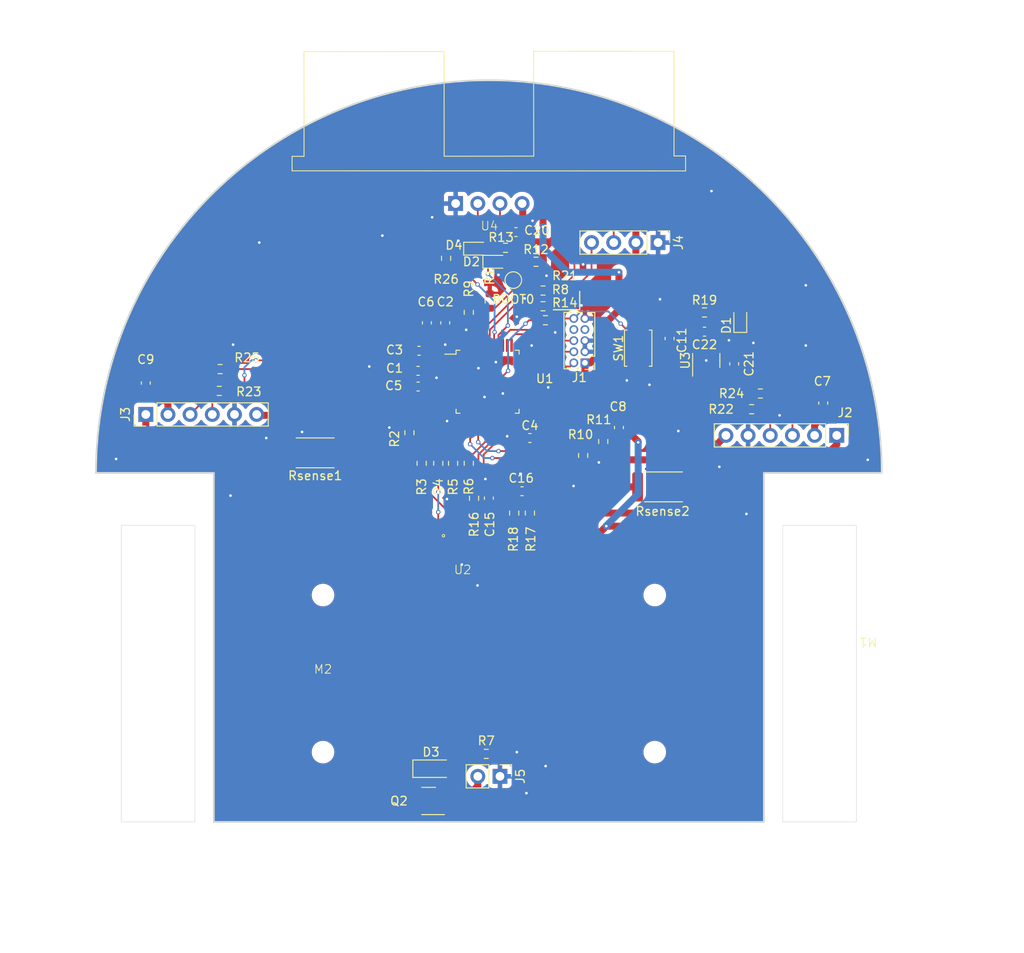
<source format=kicad_pcb>
(kicad_pcb (version 20221018) (generator pcbnew)
  (title_block (title "TP CAO") (date "2024-01-31") (company "Théo L"))
  (layers (0 "F.Cu" signal) (31 "B.Cu" signal) (34 "B.Paste" user) (35 "F.Paste" user) (36 "B.SilkS" user "B.Silkscreen") (37 "F.SilkS" user "F.Silkscreen") (38 "B.Mask" user) (39 "F.Mask" user) (44 "Edge.Cuts" user))
  (net 0 "")
  (net 1 "+3.3V")
  (net 2 "GND")
  (net 3 "+BATT")
  (net 4 "/mcu/IN_B2")
  (net 5 "/mcu/BOOT0")
  (net 6 "Net-(U1-PA2)")
  (net 7 "/mcu/TIM15_CH1")
  (net 8 "Net-(U1-PA3)")
  (net 9 "/mcu/TIM15_CH2")
  (net 10 "Net-(U1-PA4)")
  (net 11 "/mcu/OUT_A4")
  (net 12 "Net-(U1-PA5)")
  (net 13 "/mcu/OUT_A5")
  (net 14 "/mcu/OUT_B0")
  (net 15 "Net-(U1-PB0)")
  (net 16 "Net-(U2-REF)")
  (net 17 "Net-(U1-PB6)")
  (net 18 "/mcu/OUT_B9")
  (net 19 "Net-(U1-PB9)")
  (net 20 "/mcu/TIM3_CH1")
  (net 21 "/mcu/TIM2_CH1")
  (net 22 "/mcu/TIM3_CH2")
  (net 23 "/mcu/TIM2_CH2")
  (net 24 "/mcu/TIM8_CH2")
  (net 25 "Net-(U4-ECHO)")
  (net 31 "/mcu/~{RESET}")
  (net 43 "/mcu/SWDIO")
  (net 46 "/mcu/SWDCLK")
  (net 48 "/mcu/SWO")
  (net 51 "/motorB/MA")
  (net 52 "/motorB/MB")
  (net 53 "/motorA/MA")
  (net 54 "/motorA/MB")
  (net 55 "Net-(U2-SENSEA)")
  (net 56 "Net-(U2-SENSEB)")
  (net 58 "Net-(C16-Pad1)")
  (net 59 "/mcu/OUT_B1")
  (net 60 "Net-(U2-TOFF)")
  (net 61 "Net-(J2-Pin_3)")
  (net 62 "Net-(J2-Pin_4)")
  (net 63 "Net-(J3-Pin_3)")
  (net 64 "Net-(J3-Pin_4)")
  (net 66 "Net-(D1-A)")
  (net 67 "Net-(J4-Pin_3)")
  (net 68 "/external_uart/EXT_UART_RX")
  (net 69 "/external_uart/EXT_UART_TX")
  (net 70 "Net-(D3-A)")
  (net 71 "Net-(J5-Pin_2)")
  (net 72 "unconnected-(D2-K-Pad1)")
  (net 73 "Net-(D2-A)")
  (net 74 "unconnected-(D4-K-Pad1)")
  (net 75 "Net-(D4-A)")
  (net 76 "Net-(U1-NRST)")
  (footprint "Package_QFP:LQFP-48_7x7mm_P0.5mm" (layer "F.Cu") (at 149.85 89.55)
    (fp_text reference "U1")
    (fp_text value "STM32F030C8Tx")
  )
  (footprint "Resistor_SMD:R_0603_1608Metric" (layer "F.Cu") (at 150.1 80.3 90)
    (fp_text reference "R1")
    (fp_text value "10k")
  )
  (footprint "Capacitor_SMD:C_0603_1608Metric" (layer "F.Cu") (at 153.8 102.1 180)
    (fp_text reference "C16")
    (fp_text value "22n")
  )
  (footprint "minimouse:N20_with_encoder" (layer "F.Cu") (at 131 123)
    (fp_text reference "M2")
    (fp_text value "N20_encoder")
    (fp_rect (start -23.1 -17) (end -14.67 17) (stroke (width 0.05)) (fill none) (layer "Edge.Cuts"))
  )
  (footprint "Package_TO_SOT_SMD:SOT-23-3" (layer "F.Cu") (at 143.1 137.6 180)
    (fp_text reference "Q2")
    (fp_text value "PMOS")
  )
  (footprint "Resistor_SMD:R_0603_1608Metric" (layer "F.Cu") (at 145.1 75.4 90)
    (fp_text reference "R26")
    (fp_text value "100")
  )
  (footprint "Resistor_SMD:R_0603_1608Metric" (layer "F.Cu") (at 151.9 74.2 180)
    (fp_text reference "R13")
    (fp_text value "300")
  )
  (footprint "TestPoint:TestPoint_Pad_D1.5mm" (layer "F.Cu") (at 152.8 77.9)
    (fp_text reference "BOOT0")
    (fp_text value "TestPoint")
  )
  (footprint "Resistor_SMD:R_0603_1608Metric" (layer "F.Cu") (at 163.1 96.4 90)
    (fp_text reference "R11")
    (fp_text value "10k")
  )
  (footprint "Resistor_SMD:R_0603_1608Metric" (layer "F.Cu") (at 174.7 81.6125 180)
    (fp_text reference "R19")
    (fp_text value "330")
  )
  (footprint "Resistor_SMD:R_0603_1608Metric" (layer "F.Cu") (at 144.2 98.9 -90)
    (fp_text reference "R4")
    (fp_text value "100")
  )
  (footprint "Capacitor_SMD:C_0603_1608Metric" (layer "F.Cu") (at 154.7 96)
    (fp_text reference "C4")
    (fp_text value "0.1uF")
  )
  (footprint "STSPIN240:STSPIN240" (layer "F.Cu") (at 147 107.9)
    (fp_text reference "U2")
    (fp_text value "~")
  )
  (footprint "Resistor_SMD:R_0603_1608Metric" (layer "F.Cu") (at 147.7 81.6 -90)
    (fp_text reference "R9")
    (fp_text value "100")
  )
  (footprint "minimouse:HC-SR04" (layer "F.Cu") (at 150 69.125)
    (fp_text reference "U4")
    (fp_text value "HC-SR04")
  )
  (footprint "Capacitor_SMD:C_0603_1608Metric" (layer "F.Cu") (at 141.9 90.1 180)
    (fp_text reference "C5")
    (fp_text value "0.1uF")
  )
  (footprint "Connector_PinHeader_2.54mm:PinHeader_1x06_P2.54mm_Vertical" (layer "F.Cu") (at 189.85 95.7 -90)
    (fp_text reference "J2")
    (fp_text value "Conn_01x06_Pin")
  )
  (footprint "minimouse:N20_with_encoder" (layer "F.Cu") (at 169 123 180)
    (fp_text reference "M1")
    (fp_text value "N20_encoder")
    (fp_rect (start -23.1 -17) (end -14.67 17) (stroke (width 0.05)) (fill none) (layer "Edge.Cuts"))
  )
  (footprint "LED_SMD:LED_0603_1608Metric" (layer "F.Cu") (at 148.6 74.3)
    (fp_text reference "D4")
    (fp_text value "LED")
  )
  (footprint "Capacitor_SMD:C_0603_1608Metric" (layer "F.Cu") (at 178.1 87.5 90)
    (fp_text reference "C21")
    (fp_text value "2.2u")
  )
  (footprint "Connector_PinHeader_2.54mm:PinHeader_1x02_P2.54mm_Vertical" (layer "F.Cu") (at 151.27 134.775 -90)
    (fp_text reference "J5")
    (fp_text value "Conn_01x02")
  )
  (footprint "Resistor_SMD:R_0603_1608Metric" (layer "F.Cu") (at 181.1 90.9)
    (fp_text reference "R24")
    (fp_text value "100")
  )
  (footprint "Capacitor_SMD:C_0603_1608Metric" (layer "F.Cu") (at 142 86 180)
    (fp_text reference "C3")
    (fp_text value "0.1uF")
  )
  (footprint "Resistor_SMD:R_0603_1608Metric" (layer "F.Cu") (at 180.1 92.7)
    (fp_text reference "R22")
    (fp_text value "100")
  )
  (footprint "LED_SMD:LED_0603_1608Metric" (layer "F.Cu") (at 150.8 75.8)
    (fp_text reference "D2")
    (fp_text value "LED")
  )
  (footprint "Resistor_SMD:R_0603_1608Metric" (layer "F.Cu") (at 149.7 132.2 180)
    (fp_text reference "R7")
    (fp_text value "100k")
  )
  (footprint "Resistor_SMD:R_0603_1608Metric" (layer "F.Cu") (at 152.9 104.6 -90)
    (fp_text reference "R18")
    (fp_text value "47k")
  )
  (footprint "Capacitor_SMD:C_0603_1608Metric" (layer "F.Cu") (at 188.3 92 90)
    (fp_text reference "C7")
    (fp_text value "2.2u")
  )
  (footprint "Resistor_SMD:R_0603_1608Metric" (layer "F.Cu") (at 156.2 80.9 180)
    (fp_text reference "R8")
    (fp_text value "100")
  )
  (footprint "Resistor_SMD:R_2512_6332Metric" (layer "F.Cu") (at 130.1 97.7 180)
    (fp_text reference "Rsense1")
    (fp_text value "330m")
  )
  (footprint "Resistor_SMD:R_0603_1608Metric" (layer "F.Cu") (at 155.4 75.8 180)
    (fp_text reference "R12")
    (fp_text value "300")
  )
  (footprint "Resistor_SMD:R_0603_1608Metric" (layer "F.Cu") (at 140.9 95.4 -90)
    (fp_text reference "R2")
    (fp_text value "100")
  )
  (footprint "Resistor_SMD:R_0603_1608Metric" (layer "F.Cu") (at 160.8 98 90)
    (fp_text reference "R10")
    (fp_text value "10k")
  )
  (footprint "Capacitor_SMD:C_0603_1608Metric" (layer "F.Cu") (at 174.7 83.8125)
    (fp_text reference "C22")
    (fp_text value "2.2u")
  )
  (footprint "Capacitor_SMD:C_0603_1608Metric" (layer "F.Cu") (at 150 102.9 90)
    (fp_text reference "C15")
    (fp_text value "1n")
  )
  (footprint "Resistor_SMD:R_0603_1608Metric" (layer "F.Cu") (at 142.3 98.9 -90)
    (fp_text reference "R3")
    (fp_text value "100")
  )
  (footprint "Capacitor_SMD:C_0603_1608Metric" (layer "F.Cu") (at 145 82.8 90)
    (fp_text reference "C2")
    (fp_text value "0.1uF")
  )
  (footprint "Capacitor_SMD:C_0603_1608Metric" (layer "F.Cu") (at 153.1 72.4 180)
    (fp_text reference "C20")
    (fp_text value "2.2u")
  )
  (footprint "Diode_SMD:D_SOD-123F" (layer "F.Cu") (at 143.5 133.9)
    (fp_text reference "D3")
    (fp_text value "BZT52Bxx")
  )
  (footprint "Capacitor_SMD:C_0603_1608Metric" (layer "F.Cu") (at 141.9 88.3 180)
    (fp_text reference "C1")
    (fp_text value "2.2uF")
  )
  (footprint "Resistor_SMD:R_0603_1608Metric" (layer "F.Cu") (at 145.9 98.9 -90)
    (fp_text reference "R5")
    (fp_text value "100")
  )
  (footprint "Capacitor_SMD:C_0603_1608Metric" (layer "F.Cu") (at 110.7 89.7 90)
    (fp_text reference "C9")
    (fp_text value "2.2u")
  )
  (footprint "Capacitor_SMD:C_0603_1608Metric" (layer "F.Cu") (at 164.9 94.8 90)
    (fp_text reference "C8")
    (fp_text value "2.2u")
  )
  (footprint "Resistor_SMD:R_2512_6332Metric" (layer "F.Cu") (at 170 101.6)
    (fp_text reference "Rsense2")
    (fp_text value "330m")
  )
  (footprint "Connector_PinHeader_1.27mm:PinHeader_2x05_P1.27mm_Vertical" (layer "F.Cu") (at 161 87.38 180)
    (fp_text reference "J1")
    (fp_text value "Conn_ARM_JTAG_SWD_10")
  )
  (footprint "Resistor_SMD:R_0603_1608Metric" (layer "F.Cu") (at 119.22 88.1 180)
    (fp_text reference "R25")
    (fp_text value "100")
  )
  (footprint "Connector_PinHeader_2.54mm:PinHeader_1x06_P2.54mm_Vertical" (layer "F.Cu") (at 110.7 93.3 90)
    (fp_text reference "J3")
    (fp_text value "Conn_01x06_Pin")
  )
  (footprint "Package_TO_SOT_SMD:SOT-23-5" (layer "F.Cu") (at 174.9 87.1125 90)
    (fp_text reference "U3")
    (fp_text value "LP5907MFX-1.2")
  )
  (footprint "Capacitor_SMD:C_0603_1608Metric" (layer "F.Cu") (at 142.9 82.8 90)
    (fp_text reference "C6")
    (fp_text value "2.2uF")
  )
  (footprint "LED_SMD:LED_0603_1608Metric" (layer "F.Cu") (at 178.8 82.4125 90)
    (fp_text reference "D1")
    (fp_text value "LED")
  )
  (footprint "Resistor_SMD:R_0603_1608Metric" (layer "F.Cu") (at 119.12 90.6 180)
    (fp_text reference "R23")
    (fp_text value "100")
  )
  (footprint "Connector_PinHeader_2.54mm:PinHeader_1x04_P2.54mm_Vertical" (layer "F.Cu") (at 169.38 73.6 -90)
    (fp_text reference "J4")
    (fp_text value "Conn_01x04_Pin")
  )
  (footprint "Resistor_SMD:R_0603_1608Metric" (layer "F.Cu") (at 156.475 82.5 180)
    (fp_text reference "R14")
    (fp_text value "100")
  )
  (footprint "Resistor_SMD:R_0603_1608Metric" (layer "F.Cu") (at 148.3 102.9 -90)
    (fp_text reference "R16")
    (fp_text value "10k")
  )
  (footprint "Button_Switch_SMD:SW_Push_SPST_NO_Alps_SKRK" (layer "F.Cu") (at 167.1 85.7 90)
    (fp_text reference "SW1")
    (fp_text value "SW_Push")
  )
  (footprint "Capacitor_SMD:C_0603_1608Metric" (layer "F.Cu") (at 170.7 84.6 -90)
    (fp_text reference "C11")
    (fp_text value "2.2uF")
  )
  (footprint "Resistor_SMD:R_0603_1608Metric" (layer "F.Cu") (at 154.7 104.6 -90)
    (fp_text reference "R17")
    (fp_text value "1k")
  )
  (footprint "Resistor_SMD:R_0603_1608Metric" (layer "F.Cu") (at 156.2 79.1)
    (fp_text reference "R21")
    (fp_text value "100")
  )
  (footprint "Resistor_SMD:R_0603_1608Metric" (layer "F.Cu") (at 147.7 98.9 90)
    (fp_text reference "R6")
    (fp_text value "100")
  )
  (gr_line (start 157.4 81.3) (end 160.4 81.3) (stroke (width 0.15)) (layer "F.SilkS"))
  (gr_line (start 160.4 81.3) (end 160.4 79.2) (stroke (width 0.15)) (layer "F.SilkS"))
  (gr_arc (start 105 100) (mid 150 55) (end 195 100) (stroke (width 0.2)) (layer "Edge.Cuts"))
  (gr_line (start 181.5 140) (end 118.5 140) (stroke (width 0.2)) (layer "Edge.Cuts"))
  (gr_line (start 118.5 100) (end 105 100) (stroke (width 0.2)) (layer "Edge.Cuts"))
  (gr_line (start 181.5 100) (end 181.5 140) (stroke (width 0.2)) (layer "Edge.Cuts"))
  (gr_line (start 195 100) (end 181.5 100) (stroke (width 0.2)) (layer "Edge.Cuts"))
  (gr_line (start 118.5 140) (end 118.5 100) (stroke (width 0.2)) (layer "Edge.Cuts"))
  (segment (start 152.5 66.2) (end 154.6 66.2) (width 0.8) (layer "F.Cu") (net 1))
  (segment (start 147.1 84.4) (end 146.7 84) (width 0.2) (layer "F.Cu") (net 1))
  (segment (start 164.9 81.3) (end 165.2125 81.6125) (width 0.8) (layer "F.Cu") (net 1))
  (segment (start 156.2 67.8) (end 156.2 71.8) (width 0.8) (layer "F.Cu") (net 1))
  (segment (start 142.775 86) (end 142.775 83.7) (width 0.5) (layer "F.Cu") (net 1))
  (segment (start 154.6 66.2) (end 156.2 67.8) (width 0.8) (layer "F.Cu") (net 1))
  (segment (start 173.95 85.975) (end 173.95 83.8375) (width 0.8) (layer "F.Cu") (net 1))
  (segment (start 162.6 83.6) (end 164.5875 81.6125) (width 0.8) (layer "F.Cu") (net 1))
  (segment (start 173.95 83.8375) (end 173.925 83.8125) (width 0.8) (layer "F.Cu") (net 1))
  (segment (start 144.6 66.2) (end 139.9 70.9) (width 0.8) (layer "F.Cu") (net 1))
  (segment (start 164.9 81.3) (end 164.5875 81.6125) (width 0.8) (layer "F.Cu") (net 1))
  (segment (start 164.9 77) (end 164.9 81.3) (width 0.8) (layer "F.Cu") (net 1))
  (segment (start 155.6 94.1) (end 154.9 94.1) (width 0.8) (layer "F.Cu") (net 1))
  (segment (start 145.6875 90.8) (end 144.4 90.8) (width 0.2) (layer "F.Cu") (net 1))
  (segment (start 142.675 86.1) (end 142.775 86) (width 0.5) (layer "F.Cu") (net 1))
  (segment (start 142.675 90.1) (end 143.75 90.1) (width 0.5) (layer "F.Cu") (net 1))
  (segment (start 161 87.38) (end 161 88.7) (width 0.8) (layer "F.Cu") (net 1))
  (segment (start 152.6 94.675) (end 153.925 96) (width 0.2) (layer "F.Cu") (net 1))
  (segment (start 161 88.7) (end 155.6 94.1) (width 0.8) (layer "F.Cu") (net 1))
  (segment (start 142.775 83.7) (end 142.9 83.575) (width 0.5) (layer "F.Cu") (net 1))
  (segment (start 146.275 83.575) (end 146.7 84) (width 0.5) (layer "F.Cu") (net 1))
  (segment (start 144.4 86.8) (end 144.2 86.6) (width 0.2) (layer "F.Cu") (net 1))
  (segment (start 162.6 86.4) (end 162.6 83.6) (width 0.8) (layer "F.Cu") (net 1))
  (segment (start 139.9 81.6) (end 141.875 83.575) (width 0.8) (layer "F.Cu") (net 1))
  (segment (start 154.9 94.1) (end 153.925 95.075) (width 0.8) (layer "F.Cu") (net 1))
  (segment (start 145.6875 86.8) (end 144.4 86.8) (width 0.2) (layer "F.Cu") (net 1))
  (segment (start 142.675 90.1) (end 142.675 88.3) (width 0.5) (layer "F.Cu") (net 1))
  (segment (start 141.875 83.575) (end 142.9 83.575) (width 0.8) (layer "F.Cu") (net 1))
  (segment (start 143.6 86) (end 142.775 86) (width 0.5) (layer "F.Cu") (net 1))
  (segment (start 144.2 86.6) (end 143.6 86) (width 0.5) (layer "F.Cu") (net 1))
  (segment (start 147.1 85.3875) (end 147.1 84.4) (width 0.2) (layer "F.Cu") (net 1))
  (segment (start 153.925 95.075) (end 153.925 96) (width 0.8) (layer "F.Cu") (net 1))
  (segment (start 161 87.38) (end 161.62 87.38) (width 0.8) (layer "F.Cu") (net 1))
  (segment (start 143.75 90.1) (end 144.4 90.75) (width 0.5) (layer "F.Cu") (net 1))
  (segment (start 139.9 70.9) (end 139.9 81.6) (width 0.8) (layer "F.Cu") (net 1))
  (segment (start 173.925 83.8125) (end 173.925 81.6625) (width 0.8) (layer "F.Cu") (net 1))
  (segment (start 142.675 88.3) (end 142.675 86.1) (width 0.5) (layer "F.Cu") (net 1))
  (segment (start 152.5 66.2) (end 144.6 66.2) (width 0.8) (layer "F.Cu") (net 1))
  (segment (start 173.925 81.6625) (end 173.875 81.6125) (width 0.8) (layer "F.Cu") (net 1))
  (segment (start 165.2125 81.6125) (end 173.875 81.6125) (width 0.8) (layer "F.Cu") (net 1))
  (segment (start 161.62 87.38) (end 162.6 86.4) (width 0.8) (layer "F.Cu") (net 1))
  (segment (start 145 83.575) (end 146.275 83.575) (width 0.5) (layer "F.Cu") (net 1))
  (segment (start 142.9 83.575) (end 145 83.575) (width 0.8) (layer "F.Cu") (net 1))
  (segment (start 152.6 93.7125) (end 152.6 94.675) (width 0.2) (layer "F.Cu") (net 1))
  (via (at 164.9 77) (size 0.5) (drill 0.3) (layers "F.Cu" "B.Cu") (net 1))
  (via (at 156.2 71.8) (size 0.5) (drill 0.3) (layers "F.Cu" "B.Cu") (net 1))
  (segment (start 164.9 77) (end 159 77) (width 0.8) (layer "B.Cu") (net 1))
  (segment (start 156.2 74.2) (end 156.2 71.8) (width 0.8) (layer "B.Cu") (net 1))
  (segment (start 159 77) (end 156.2 74.2) (width 0.8) (layer "B.Cu") (net 1))
  (segment (start 152.1 93.7125) (end 152.1 95.8) (width 0.2) (layer "F.Cu") (net 2))
  (segment (start 148.5 90.3) (end 149.5 91.3) (width 0.2) (layer "F.Cu") (net 2))
  (segment (start 147.25 108.15) (end 147.25 109.285) (width 0.2) (layer "F.Cu") (net 2))
  (segment (start 144 89.1) (end 144 89.38241) (width 0.2) (layer "F.Cu") (net 2))
  (segment (start 147.25 109.285) (end 147.25 110.15) (width 0.2) (layer "F.Cu") (net 2))
  (segment (start 144.91759 90.3) (end 145.6875 90.3) (width 0.2) (layer "F.Cu") (net 2))
  (segment (start 147.6 83.8) (end 147.6 85.3875) (width 0.2) (layer "F.Cu") (net 2))
  (segment (start 147 107.9) (end 147.25 108.15) (width 0.2) (layer "F.Cu") (net 2))
  (segment (start 147.4 83.6) (end 147.6 83.8) (width 0.2) (layer "F.Cu") (net 2))
  (segment (start 147.25 110.15) (end 146.9 110.5) (width 0.2) (layer "F.Cu") (net 2))
  (segment (start 144 89.38241) (end 144.91759 90.3) (width 0.2) (layer "F.Cu") (net 2))
  (segment (start 145.6875 90.3) (end 148.5 90.3) (width 0.2) (layer "F.Cu") (net 2))
  (via (at 145 85.3) (size 0.5) (drill 0.3) (layers "F.Cu" "B.Cu") (net 2))
  (via (at 148.7 112.9) (size 0.5) (drill 0.3) (layers "F.Cu" "B.Cu") (net 2))
  (via (at 156.8 90.2) (size 0.5) (drill 0.3) (layers "F.Cu" "B.Cu") (net 2))
  (via (at 153.2 132) (size 0.5) (drill 0.3) (layers "F.Cu" "B.Cu") (net 2))
  (via (at 145.2 103) (size 0.5) (drill 0.3) (layers "F.Cu" "B.Cu") (net 2))
  (via (at 149.5 91.3) (size 0.5) (drill 0.3) (layers "F.Cu" "B.Cu") (net 2))
  (via (at 146.9 110.5) (size 0.5) (drill 0.3) (layers "F.Cu" "B.Cu") (net 2))
  (via (at 145.209751 94.060344) (size 0.5) (drill 0.3) (layers "F.Cu" "B.Cu") (net 2))
  (via (at 171.7 95.2) (size 0.5) (drill 0.3) (layers "F.Cu" "B.Cu") (net 2))
  (via (at 124.5 96) (size 0.5) (drill 0.3) (layers "F.Cu" "B.Cu") (net 2))
  (via (at 154.9 85.4) (size 0.5) (drill 0.3) (layers "F.Cu" "B.Cu") (net 2))
  (via (at 156.6 77.4) (size 0.5) (drill 0.3) (layers "F.Cu" "B.Cu") (net 2))
  (via (at 120.7 85.3) (size 0.5) (drill 0.3) (layers "F.Cu" "B.Cu") (net 2))
  (via (at 107.3 98.4) (size 0.5) (drill 0.3) (layers "F.Cu" "B.Cu") (net 2))
  (via (at 123.7 73.6) (size 0.5) (drill 0.3) (layers "F.Cu" "B.Cu") (net 2))
  (via (at 174.9 87.1125) (size 0.5) (drill 0.3) (layers "F.Cu" "B.Cu") (net 2))
  (via (at 179.5 104.7) (size 0.5) (drill 0.3) (layers "F.Cu" "B.Cu") (net 2))
  (via (at 159.7 101.5) (size 0.5) (drill 0.3) (layers "F.Cu" "B.Cu") (net 2))
  (via (at 143.5 70.7) (size 0.5) (drill 0.3) (layers "F.Cu" "B.Cu") (net 2))
  (via (at 150.8 87.3) (size 0.5) (drill 0.3) (layers "F.Cu" "B.Cu") (net 2))
  (via (at 160.6 80.8) (size 0.5) (drill 0.3) (layers "F.Cu" "B.Cu") (net 2))
  (via (at 136.3 87.8) (size 0.5) (drill 0.3) (layers "F.Cu" "B.Cu") (net 2))
  (via (at 154.1 80) (size 0.5) (drill 0.3) (layers "F.Cu" "B.Cu") (net 2))
  (via (at 193.4 98.5) (size 0.5) (drill 0.3) (layers "F.Cu" "B.Cu") (net 2))
  (via (at 160.8 76.1) (size 0.5) (drill 0.3) (layers "F.Cu" "B.Cu") (net 2))
  (via (at 128.6 95.3) (size 0.5) (drill 0.3) (layers "F.Cu" "B.Cu") (net 2))
  (via (at 177.5 84.8) (size 0.5) (drill 0.3) (layers "F.Cu" "B.Cu") (net 2))
  (via (at 175.5 67.7) (size 0.5) (drill 0.3) (layers "F.Cu" "B.Cu") (net 2))
  (via (at 154.3 136.7) (size 0.5) (drill 0.3) (layers "F.Cu" "B.Cu") (net 2))
  (via (at 162.6 98.8) (size 0.5) (drill 0.3) (layers "F.Cu" "B.Cu") (net 2))
  (via (at 138.6 94.8) (size 0.5) (drill 0.3) (layers "F.Cu" "B.Cu") (net 2))
  (via (at 180.3 85.1) (size 0.5) (drill 0.3) (layers "F.Cu" "B.Cu") (net 2))
  (via (at 149.6 100.7) (size 0.5) (drill 0.3) (layers "F.Cu" "B.Cu") (net 2))
  (via (at 137.8 72.8) (size 0.5) (drill 0.3) (layers "F.Cu" "B.Cu") (net 2))
  (via (at 120.4 102.6) (size 0.5) (drill 0.3) (layers "F.Cu" "B.Cu") (net 2))
  (via (at 176.4 99.3) (size 0.5) (drill 0.3) (layers "F.Cu" "B.Cu") (net 2))
  (via (at 146.5 73.4) (size 0.5) (drill 0.3) (layers "F.Cu" "B.Cu") (net 2))
  (via (at 153.6 100.1) (size 0.5) (drill 0.3) (layers "F.Cu" "B.Cu") (net 2))
  (via (at 152.1 95.8) (size 0.5) (drill 0.3) (layers "F.Cu" "B.Cu") (net 2))
  (via (at 186.3 78.5) (size 0.5) (drill 0.3) (layers "F.Cu" "B.Cu") (net 2))
  (via (at 183.3 93.4) (size 0.5) (drill 0.3) (layers "F.Cu" "B.Cu") (net 2))
  (via (at 153.2 82.1) (size 0.5) (drill 0.3) (layers "F.Cu" "B.Cu") (net 2))
  (via (at 151.6 90.9) (size 0.5) (drill 0.3) (layers "F.Cu" "B.Cu") (net 2))
  (via (at 157.6 83.9) (size 0.5) (drill 0.3) (layers "F.Cu" "B.Cu") (net 2))
  (via (at 156.5 133.6) (size 0.5) (drill 0.3) (layers "F.Cu" "B.Cu") (net 2))
  (via (at 169.6 80.1) (size 0.5) (drill 0.3) (layers "F.Cu" "B.Cu") (net 2))
  (via (at 151.1 77.3) (size 0.5) (drill 0.3) (layers "F.Cu" "B.Cu") (net 2))
  (via (at 168.4 89.9) (size 0.5) (drill 0.3) (layers "F.Cu" "B.Cu") (net 2))
  (via (at 186.3 85.4) (size 0.5) (drill 0.3) (layers "F.Cu" "B.Cu") (net 2))
  (via (at 147.4 83.6) (size 0.5) (drill 0.3) (layers "F.Cu" "B.Cu") (net 2))
  (via (at 165.8 89.4) (size 0.5) (drill 0.3) (layers "F.Cu" "B.Cu") (net 2))
  (via (at 148.8 88) (size 0.5) (drill 0.3) (layers "F.Cu" "B.Cu") (net 2))
  (via (at 155 71.1) (size 0.5) (drill 0.3) (layers "F.Cu" "B.Cu") (net 2))
  (via (at 144 89.1) (size 0.5) (drill 0.3) (layers "F.Cu" "B.Cu") (net 2))
  (segment (start 182.275 88.275) (end 178.1 88.275) (width 0.8) (layer "F.Cu") (net 3))
  (segment (start 179.7 78.9) (end 182.3 81.5) (width 0.8) (layer "F.Cu") (net 3))
  (segment (start 163.45 106.1) (end 157.05 112.5) (width 0.8) (layer "F.Cu") (net 3))
  (segment (start 165.1 69.3) (end 159.3 69.3) (width 0.8) (layer "F.Cu") (net 3))
  (segment (start 144.8 111.8) (end 142.8 111.8) (width 0.8) (layer "F.Cu") (net 3))
  (segment (start 157.075 73.525) (end 156.225 74.375) (width 0.8) (layer "F.Cu") (net 3))
  (segment (start 166.84 75.14) (end 170.6 78.9) (width 0.8) (layer "F.Cu") (net 3))
  (segment (start 170.6 78.9) (end 179.7 78.9) (width 0.8) (layer "F.Cu") (net 3))
  (segment (start 134.1 103.1) (end 124.9 103.1) (width 0.8) (layer "F.Cu") (net 3))
  (segment (start 188.3 92.775) (end 186.775 92.775) (width 0.8) (layer "F.Cu") (net 3))
  (segment (start 142.8 111.8) (end 134.1 103.1) (width 0.8) (layer "F.Cu") (net 3))
  (segment (start 142.1 133.9) (end 142.1 132.5) (width 0.8) (layer "F.Cu") (net 3))
  (segment (start 187.31 94.49) (end 187.31 95.7) (width 0.8) (layer "F.Cu") (net 3))
  (segment (start 155 73.525) (end 154.325 74.2) (width 0.8) (layer "F.Cu") (net 3))
  (segment (start 157.9 70.7) (end 157.9 72.7) (width 0.8) (layer "F.Cu") (net 3))
  (segment (start 107.9 95.2) (end 107.9 91.9) (width 0.8) (layer "F.Cu") (net 3))
  (segment (start 175.85 89.25) (end 175.85 88.25) (width 0.5) (layer "F.Cu") (net 3))
  (segment (start 142.1 132.5) (end 144.6 130) (width 0.8) (layer "F.Cu") (net 3))
  (segment (start 148.73 115.73) (end 144.8 111.8) (width 0.8) (layer "F.Cu") (net 3))
  (segment (start 113.24 92.04) (end 113.24 93.3) (width 0.8) (layer "F.Cu") (net 3))
  (segment (start 154.325 74.2) (end 152.725 74.2) (width 0.8) (layer "F.Cu") (net 3))
  (segment (start 167.1 96.5) (end 167.1 96.4) (width 0.8) (layer "F.Cu") (net 3))
  (segment (start 152 112.5) (end 148.73 115.77) (width 0.8) (layer "F.Cu") (net 3))
  (segment (start 141.9625 137.6) (end 140.9 136.5375) (width 0.8) (layer "F.Cu") (net 3))
  (segment (start 109.325 90.475) (end 110.7 90.475) (width 0.8) (layer "F.Cu") (net 3))
  (segment (start 148.73 115.77) (end 148.73 120.53) (width 0.8) (layer "F.Cu") (net 3))
  (segment (start 107.9 91.9) (end 109.325 90.475) (width 0.8) (layer "F.Cu") (net 3))
  (segment (start 178.1 88.275) (end 175.875 88.275) (width 0.8) (layer "F.Cu") (net 3))
  (segment (start 119.4 97.6) (end 110.3 97.6) (width 0.8) (layer "F.Cu") (net 3))
  (segment (start 163.1 95.575) (end 164.9 95.575) (width 0.8) (layer "F.Cu") (net 3))
  (segment (start 167.1 96.4) (end 166.275 95.575) (width 0.8) (layer "F.Cu") (net 3))
  (segment (start 146.9 130) (end 148.73 128.17) (width 0.8) (layer "F.Cu") (net 3))
  (segment (start 157.05 112.5) (end 152 112.5) (width 0.8) (layer "F.Cu") (net 3))
  (segment (start 181.55 98.9) (end 190.4 98.9) (width 0.8) (layer "F.Cu") (net 3))
  (segment (start 173.95 89.45) (end 174.4 89.9) (width 0.5) (layer "F.Cu") (net 3))
  (segment (start 190.575 92.775) (end 188.3 92.775) (width 0.8) (layer "F.Cu") (net 3))
  (segment (start 140.9 135.1) (end 142.1 133.9) (width 0.8) (layer "F.Cu") (net 3))
  (segment (start 188.3 93.5) (end 187.31 94.49) (width 0.8) (layer "F.Cu") (net 3))
  (segment (start 155 73.525) (end 153.875 72.4) (width 0.8) (layer "F.Cu") (net 3))
  (segment (start 175.875 88.275) (end 175.85 88.25) (width 0.8) (layer "F.Cu") (net 3))
  (segment (start 166.84 73.6) (end 166.84 75.14) (width 0.8) (layer "F.Cu") (net 3))
  (segment (start 148.73 128.17) (end 148.73 120.53) (width 0.8) (layer "F.Cu") (net 3))
  (segment (start 110.3 97.6) (end 107.9 95.2) (width 0.8) (layer "F.Cu") (net 3))
  (segment (start 148.73 120.53) (end 148.73 115.73) (width 0.8) (layer "F.Cu") (net 3))
  (segment (start 140.9 136.5375) (end 140.9 135.1) (width 0.8) (layer "F.Cu") (net 3))
  (segment (start 174.35 106.1) (end 181.55 98.9) (width 0.8) (layer "F.Cu") (net 3))
  (segment (start 166.84 73.6) (end 166.84 71.04) (width 0.8) (layer "F.Cu") (net 3))
  (segment (start 144.6 130) (end 146.9 130) (width 0.8) (layer "F.Cu") (net 3))
  (segment (start 166.275 95.575) (end 164.9 95.575) (width 0.8) (layer "F.Cu") (net 3))
  (segment (start 182.3 88.25) (end 182.275 88.275) (width 0.8) (layer "F.Cu") (net 3))
  (segment (start 124.9 103.1) (end 119.4 97.6) (width 0.8) (layer "F.Cu") (net 3))
  (segment (start 182.3 81.5) (end 182.3 88.25) (width 0.8) (layer "F.Cu") (net 3))
  (segment (start 157.075 73.525) (end 155 73.525) (width 0.8) (layer "F.Cu") (net 3))
  (segment (start 111.675 90.475) (end 113.24 92.04) (width 0.8) (layer "F.Cu") (net 3))
  (segment (start 153.875 69.19) (end 153.81 69.125) (width 0.8) (layer "F.Cu") (net 3))
  (segment (start 174.4 89.9) (end 175.2 89.9) (width 0.5) (layer "F.Cu") (net 3))
  (segment (start 159.3 69.3) (end 157.9 70.7) (width 0.8) (layer "F.Cu") (net 3))
  (segment (start 190.4 98.9) (end 192.2 97.1) (width 0.8) (layer "F.Cu") (net 3))
  (segment (start 157.9 72.7) (end 157.075 73.525) (width 0.8) (layer "F.Cu") (net 3))
  (segment (start 175.2 89.9) (end 175.85 89.25) (width 0.5) (layer "F.Cu") (net 3))
  (segment (start 156.225 74.375) (end 156.225 75.8) (width 0.8) (layer "F.Cu") (net 3))
  (segment (start 153.875 72.4) (end 153.875 69.19) (width 0.8) (layer "F.Cu") (net 3))
  (segment (start 192.2 94.4) (end 190.575 92.775) (width 0.8) (layer "F.Cu") (net 3))
  (segment (start 163.45 106.1) (end 174.35 106.1) (width 0.8) (layer "F.Cu") (net 3))
  (segment (start 192.2 97.1) (end 192.2 94.4) (width 0.8) (layer "F.Cu") (net 3))
  (segment (start 186.775 92.775) (end 182.275 88.275) (width 0.8) (layer "F.Cu") (net 3))
  (segment (start 110.7 90.475) (end 111.675 90.475) (width 0.8) (layer "F.Cu") (net 3))
  (segment (start 173.95 88.25) (end 173.95 89.45) (width 0.5) (layer "F.Cu") (net 3))
  (segment (start 188.3 92.775) (end 188.3 93.5) (width 0.8) (layer "F.Cu") (net 3))
  (segment (start 166.84 71.04) (end 165.1 69.3) (width 0.8) (layer "F.Cu") (net 3))
  (segment (start 153.9 69.215) (end 153.81 69.125) (width 0.8) (layer "F.Cu") (net 3))
  (via (at 163.45 106.1) (size 0.5) (drill 0.3) (layers "F.Cu" "B.Cu") (net 3))
  (via (at 167.1 96.5) (size 0.5) (drill 0.3) (layers "F.Cu" "B.Cu") (net 3))
  (segment (start 163.45 106.1) (end 163.45 106.05) (width 0.8) (layer "B.Cu") (net 3))
  (segment (start 167.1 102.4) (end 167.1 96.5) (width 0.8) (layer "B.Cu") (net 3))
  (segment (start 163.45 106.05) (end 167.1 102.4) (width 0.8) (layer "B.Cu") (net 3))
  (segment (start 149.4 99.5) (end 151.2 101.3) (width 0.2) (layer "F.Cu") (net 4))
  (segment (start 150.925 103.675) (end 150 103.675) (width 0.2) (layer "F.Cu") (net 4))
  (segment (start 147.75 106.515) (end 147.75 104.275) (width 0.2) (layer "F.Cu") (net 4))
  (segment (start 149.95 103.725) (end 150 103.675) (width 0.2) (layer "F.Cu") (net 4))
  (segment (start 151.2 101.3) (end 151.2 103.4) (width 0.2) (layer "F.Cu") (net 4))
  (segment (start 147.75 104.275) (end 148.3 103.725) (width 0.2) (layer "F.Cu") (net 4))
  (segment (start 150.6 93.7125) (end 150.6 96.7) (width 0.2) (layer "F.Cu") (net 4))
  (segment (start 149.4 97.9) (end 149.4 99.5) (width 0.2) (layer "F.Cu") (net 4))
  (segment (start 148.3 103.725) (end 149.95 103.725) (width 0.2) (layer "F.Cu") (net 4))
  (segment (start 151.2 103.4) (end 150.925 103.675) (width 0.2) (layer "F.Cu") (net 4))
  (segment (start 150.6 96.7) (end 149.4 97.9) (width 0.2) (layer "F.Cu") (net 4))
  (segment (start 150.1 81.125) (end 150.675 81.125) (width 0.2) (layer "F.Cu") (net 5))
  (segment (start 150.675 81.125) (end 152.8 79) (width 0.2) (layer "F.Cu") (net 5))
  (segment (start 149.1 85.3875) (end 149.1 82.125) (width 0.2) (layer "F.Cu") (net 5))
  (segment (start 149.1 82.125) (end 150.1 81.125) (width 0.2) (layer "F.Cu") (net 5))
  (segment (start 152.8 79) (end 152.8 77.9) (width 0.2) (layer "F.Cu") (net 5))
  (segment (start 140.9 94.4) (end 143 92.3) (width 0.2) (layer "F.Cu") (net 6))
  (segment (start 140.9 94.575) (end 140.9 94.4) (width 0.2) (layer "F.Cu") (net 6))
  (segment (start 143 92.3) (end 145.6875 92.3) (width 0.2) (layer "F.Cu") (net 6))
  (segment (start 140.9 101.2) (end 143.4 103.7) (width 0.2) (layer "F.Cu") (net 7))
  (segment (start 143.4 103.7) (end 143.4 106.065686) (width 0.2) (layer "F.Cu") (net 7))
  (segment (start 143.4 106.065686) (end 144.984314 107.65) (width 0.2) (layer "F.Cu") (net 7))
  (segment (start 144.984314 107.65) (end 145.615 107.65) (width 0.2) (layer "F.Cu") (net 7))
  (segment (start 140.9 96.225) (end 140.9 101.2) (width 0.2) (layer "F.Cu") (net 7))
  (segment (start 146.1 95.7) (end 147.1 94.7) (width 0.2) (layer "F.Cu") (net 8))
  (segment (start 147.1 94.7) (end 147.1 93.7125) (width 0.2) (layer "F.Cu") (net 8))
  (segment (start 143.8 95.7) (end 146.1 95.7) (width 0.2) (layer "F.Cu") (net 8))
  (segment (start 142.3 97.2) (end 143.8 95.7) (width 0.2) (layer "F.Cu") (net 8))
  (segment (start 142.3 98.075) (end 142.3 97.2) (width 0.2) (layer "F.Cu") (net 8))
  (segment (start 142.3 101.4) (end 146.25 105.35) (width 0.2) (layer "F.Cu") (net 9))
  (segment (start 142.3 101.4) (end 142.3 99.725) (width 0.2) (layer "F.Cu") (net 9))
  (segment (start 146.25 105.35) (end 146.25 106.515) (width 0.2) (layer "F.Cu") (net 9))
  (segment (start 147.6 94.9) (end 146.3 96.2) (width 0.2) (layer "F.Cu") (net 10))
  (segment (start 147.6 93.7125) (end 147.6 94.9) (width 0.2) (layer "F.Cu") (net 10))
  (segment (start 145.4 96.2) (end 144.2 97.4) (width 0.2) (layer "F.Cu") (net 10))
  (segment (start 144.2 97.4) (end 144.2 98.075) (width 0.2) (layer "F.Cu") (net 10))
  (segment (start 146.3 96.2) (end 145.4 96.2) (width 0.2) (layer "F.Cu") (net 10))
  (segment (start 145.05 107.15) (end 145.615 107.15) (width 0.2) (layer "F.Cu") (net 11))
  (segment (start 144.2 106.3) (end 145.05 107.15) (width 0.2) (layer "F.Cu") (net 11))
  (segment (start 144.2 99.725) (end 144.2 102.2) (width 0.2) (layer "F.Cu") (net 11))
  (segment (start 144.2 104.5) (end 144.2 106.3) (width 0.2) (layer "F.Cu") (net 11))
  (via (at 144.2 104.5) (size 0.5) (drill 0.3) (layers "F.Cu" "B.Cu") (net 11))
  (via (at 144.2 102.2) (size 0.5) (drill 0.3) (layers "F.Cu" "B.Cu") (net 11))
  (segment (start 144.2 102.2) (end 144.2 104.5) (width 0.2) (layer "B.Cu") (net 11))
  (segment (start 145.9 97.3) (end 148.1 95.1) (width 0.2) (layer "F.Cu") (net 12))
  (segment (start 145.9 98.075) (end 145.9 97.3) (width 0.2) (layer "F.Cu") (net 12))
  (segment (start 148.1 95.1) (end 148.1 93.7125) (width 0.2) (layer "F.Cu") (net 12))
  (segment (start 146.75 105.15) (end 146.75 106.515) (width 0.2) (layer "F.Cu") (net 13))
  (segment (start 145.9 104.3) (end 145.9 99.725) (width 0.2) (layer "F.Cu") (net 13))
  (segment (start 145.9 104.3) (end 146.75 105.15) (width 0.2) (layer "F.Cu") (net 13))
  (segment (start 147.7 100.5) (end 147.7 99.725) (width 0.2) (layer "F.Cu") (net 14))
  (segment (start 146.9 104.5) (end 146.9 101.3) (width 0.2) (layer "F.Cu") (net 14))
  (segment (start 147.25 104.85) (end 147.25 106.515) (width 0.2) (layer "F.Cu") (net 14))
  (segment (start 146.9 104.5) (end 147.25 104.85) (width 0.2) (layer "F.Cu") (net 14))
  (segment (start 146.9 101.3) (end 147.7 100.5) (width 0.2) (layer "F.Cu") (net 14))
  (segment (start 147.94796 98.075) (end 149.6 96.42296) (width 0.2) (layer "F.Cu") (net 15))
  (segment (start 147.7 98.075) (end 147.94796 98.075) (width 0.2) (layer "F.Cu") (net 15))
  (segment (start 149.6 96.42296) (end 149.6 93.7125) (width 0.2) (layer "F.Cu") (net 15))
  (segment (start 151.684314 107.65) (end 152.434314 106.9) (width 0.2) (layer "F.Cu") (net 16))
  (segment (start 163.05 97.175) (end 163.1 97.225) (width 0.2) (layer "F.Cu") (net 16))
  (segment (start 162.95 97.175) (end 163.1 97.025) (width 0.2) (layer "F.Cu") (net 16))
  (segment (start 155.1 106.9) (end 156.1 105.9) (width 0.2) (layer "F.Cu") (net 16))
  (segment (start 159.825 97.175) (end 160.8 97.175) (width 0.2) (layer "F.Cu") (net 16))
  (segment (start 160.8 97.175) (end 163.05 97.175) (width 0.2) (layer "F.Cu") (net 16))
  (segment (start 156.1 105.9) (end 156.1 100.9) (width 0.2) (layer "F.Cu") (net 16))
  (segment (start 148.385 107.65) (end 151.684314 107.65) (width 0.2) (layer "F.Cu") (net 16))
  (segment (start 152.434314 106.9) (end 155.1 106.9) (width 0.2) (layer "F.Cu") (net 16))
  (segment (start 156.1 100.9) (end 159.825 97.175) (width 0.2) (layer "F.Cu") (net 16))
  (segment (start 155.375 80.9) (end 152.8 80.9) (width 0.2) (layer "F.Cu") (net 17))
  (segment (start 152.8 80.9) (end 150.1 83.6) (width 0.2) (layer "F.Cu") (net 17))
  (segment (start 150.1 83.6) (end 150.1 85.3875) (width 0.2) (layer "F.Cu") (net 17))
  (segment (start 148.2 71.1) (end 144.8 71.1) (width 0.2) (layer "F.Cu") (net 18))
  (segment (start 143.6 77.7) (end 144.8 78.9) (width 0.2) (layer "F.Cu") (net 18))
  (segment (start 143.6 72.3) (end 143.6 77.7) (width 0.2) (layer "F.Cu") (net 18))
  (segment (start 147.7 80.1) (end 147.7 80.775) (width 0.2) (layer "F.Cu") (net 18))
  (segment (start 148.73 69.125) (end 148.73 70.57) (width 0.2) (layer "F.Cu") (net 18))
  (segment (start 146.5 78.9) (end 147.7 80.1) (width 0.2) (layer "F.Cu") (net 18))
  (segment (start 144.8 71.1) (end 143.6 72.3) (width 0.2) (layer "F.Cu") (net 18))
  (segment (start 148.73 70.57) (end 148.2 71.1) (width 0.2) (layer "F.Cu") (net 18))
  (segment (start 144.8 78.9) (end 146.5 78.9) (width 0.2) (layer "F.Cu") (net 18))
  (segment (start 147.7 82.425) (end 148.1 82.825) (width 0.2) (layer "F.Cu") (net 19))
  (segment (start 148.1 82.825) (end 148.1 85.3875) (width 0.2) (layer "F.Cu") (net 19))
  (segment (start 148.6 93.7125) (end 148.6 95.3) (width 0.2) (layer "F.Cu") (net 20))
  (segment (start 150.4 98.3) (end 156.4 98.3) (width 0.2) (layer "F.Cu") (net 20))
  (segment (start 156.4 98.3) (end 162 92.7) (width 0.2) (layer "F.Cu") (net 20))
  (segment (start 147.85 96.05) (end 147.85 96.7) (width 0.2) (layer "F.Cu") (net 20))
  (segment (start 162 92.7) (end 179.275 92.7) (width 0.2) (layer "F.Cu") (net 20))
  (segment (start 148.6 95.3) (end 147.85 96.05) (width 0.2) (layer "F.Cu") (net 20))
  (via (at 147.85 96.7) (size 0.5) (drill 0.3) (layers "F.Cu" "B.Cu") (net 20))
  (via (at 150.4 98.3) (size 0.5) (drill 0.3) (layers "F.Cu" "B.Cu") (net 20))
  (segment (start 149.45 98.3) (end 147.85 96.7) (width 0.2) (layer "B.Cu") (net 20))
  (segment (start 150.4 98.3) (end 149.45 98.3) (width 0.2) (layer "B.Cu") (net 20))
  (segment (start 121.1 90.6) (end 119.945 90.6) (width 0.2) (layer "F.Cu") (net 21))
  (segment (start 122 88.8) (end 122 89.7) (width 0.2) (layer "F.Cu") (net 21))
  (segment (start 145.6875 91.3) (end 136.6 91.3) (width 0.2) (layer "F.Cu") (net 21))
  (segment (start 136.6 91.3) (end 132.4 87.1) (width 0.2) (layer "F.Cu") (net 21))
  (segment (start 132.4 87.1) (end 123.3 87.1) (width 0.2) (layer "F.Cu") (net 21))
  (segment (start 122 89.7) (end 121.1 90.6) (width 0.2) (layer "F.Cu") (net 21))
  (via (at 122 88.8) (size 0.5) (drill 0.3) (layers "F.Cu" "B.Cu") (net 21))
  (via (at 123.3 87.1) (size 0.5) (drill 0.3) (layers "F.Cu" "B.Cu") (net 21))
  (segment (start 122 87.9) (end 122 88.8) (width 0.2) (layer "B.Cu") (net 21))
  (segment (start 122.8 87.1) (end 122 87.9) (width 0.2) (layer "B.Cu") (net 21))
  (segment (start 123.3 87.1) (end 122.8 87.1) (width 0.2) (layer "B.Cu") (net 21))
  (segment (start 148.772571 96.472571) (end 148.772571 95.727429) (width 0.2) (layer "F.Cu") (net 22))
  (segment (start 149.1 95.4) (end 149.1 93.7125) (width 0.2) (layer "F.Cu") (net 22))
  (segment (start 148.772571 95.727429) (end 149.1 95.4) (width 0.2) (layer "F.Cu") (net 22))
  (segment (start 151.1 97.5) (end 156.2 97.5) (width 0.2) (layer "F.Cu") (net 22))
  (segment (start 156.2 97.5) (end 161.7 92) (width 0.2) (layer "F.Cu") (net 22))
  (segment (start 161.7 92) (end 177.8 92) (width 0.2) (layer "F.Cu") (net 22))
  (segment (start 177.8 92) (end 178.9 90.9) (width 0.2) (layer "F.Cu") (net 22))
  (segment (start 178.9 90.9) (end 180.275 90.9) (width 0.2) (layer "F.Cu") (net 22))
  (via (at 151.1 97.5) (size 0.5) (drill 0.3) (layers "F.Cu" "B.Cu") (net 22))
  (via (at 148.772571 96.472571) (size 0.5) (drill 0.3) (layers "F.Cu" "B.Cu") (net 22))
  (segment (start 148.772571 96.472571) (end 149.8 97.5) (width 0.2) (layer "B.Cu") (net 22))
  (segment (start 149.8 97.5) (end 151.1 97.5) (width 0.2) (layer "B.Cu") (net 22))
  (segment (start 131.7 88.1) (end 120.045 88.1) (width 0.2) (layer "F.Cu") (net 23))
  (segment (start 136.3 92.7) (end 131.7 88.1) (width 0.2) (layer "F.Cu") (net 23))
  (segment (start 145.6875 91.8) (end 142.5 91.8) (width 0.2) (layer "F.Cu") (net 23))
  (segment (start 141.6 92.7) (end 136.3 92.7) (width 0.2) (layer "F.Cu") (net 23))
  (segment (start 142.5 91.8) (end 141.6 92.7) (width 0.2) (layer "F.Cu") (net 23))
  (segment (start 148.6 79.6) (end 146.8 77.8) (width 0.2) (layer "F.Cu") (net 24))
  (segment (start 146 77.8) (end 145.1 76.9) (width 0.2) (layer "F.Cu") (net 24))
  (segment (start 146.8 77.8) (end 146 77.8) (width 0.2) (layer "F.Cu") (net 24))
  (segment (start 148.6 85.3875) (end 148.6 79.6) (width 0.2) (layer "F.Cu") (net 24))
  (segment (start 145.1 76.9) (end 145.1 76.225) (width 0.2) (layer "F.Cu") (net 24))
  (segment (start 145.9 71.9) (end 145.1 72.7) (width 0.2) (layer "F.Cu") (net 25))
  (segment (start 151.3 69.155) (end 151.27 69.125) (width 0.2) (layer "F.Cu") (net 25))
  (segment (start 150 71.9) (end 145.9 71.9) (width 0.2) (layer "F.Cu") (net 25))
  (segment (start 145.1 72.7) (end 145.1 74.575) (width 0.2) (layer "F.Cu") (net 25))
  (segment (start 151.27 70.63) (end 150 71.9) (width 0.2) (layer "F.Cu") (net 25))
  (segment (start 151.27 69.125) (end 151.27 70.63) (width 0.2) (layer "F.Cu") (net 25))
  (segment (start 165.8 83.6) (end 167.1 83.6) (width 0.2) (layer "F.Cu") (net 31))
  (segment (start 167.325 83.825) (end 167.1 83.6) (width 0.2) (layer "F.Cu") (net 31))
  (segment (start 165.1 82.9) (end 165.8 83.6) (width 0.2) (layer "F.Cu") (net 31))
  (segment (start 170.7 83.825) (end 167.325 83.825) (width 0.2) (layer "F.Cu") (net 31))
  (segment (start 159.73 82.3) (end 157.5 82.3) (width 0.2) (layer "F.Cu") (net 31))
  (segment (start 157.5 82.3) (end 157.3 82.5) (width 0.2) (layer "F.Cu") (net 31))
  (via (at 165.1 82.9) (size 0.5) (drill 0.3) (layers "F.Cu" "B.Cu") (net 31))
  (segment (start 159.73 82.3) (end 160.53 81.5) (width 0.2) (layer "B.Cu") (net 31))
  (segment (start 160.53 81.5) (end 163.7 81.5) (width 0.2) (layer "B.Cu") (net 31))
  (segment (start 163.7 81.5) (end 165.1 82.9) (width 0.2) (layer "B.Cu") (net 31))
  (segment (start 159.31 87.8) (end 154.0125 87.8) (width 0.2) (layer "F.Cu") (net 43))
  (segment (start 159.73 87.38) (end 159.31 87.8) (width 0.2) (layer "F.Cu") (net 43))
  (segment (start 152.6 84.5) (end 152.6 85.3875) (width 0.2) (layer "F.Cu") (net 46))
  (segment (start 157.21 86.11) (end 155.2 84.1) (width 0.2) (layer "F.Cu") (net 46))
  (segment (start 155.2 84.1) (end 153 84.1) (width 0.2) (layer "F.Cu") (net 46))
  (segment (start 153 84.1) (end 152.6 84.5) (width 0.2) (layer "F.Cu") (net 46))
  (segment (start 159.73 86.11) (end 157.21 86.11) (width 0.2) (layer "F.Cu") (net 46))
  (segment (start 151.6 84.458795) (end 151.6 85.3875) (width 0.2) (layer "F.Cu") (net 48))
  (segment (start 152.458795 83.6) (end 151.6 84.458795) (width 0.2) (layer "F.Cu") (net 48))
  (segment (start 159.73 84.84) (end 156.94 84.84) (width 0.2) (layer "F.Cu") (net 48))
  (segment (start 155.7 83.6) (end 152.458795 83.6) (width 0.2) (layer "F.Cu") (net 48))
  (segment (start 156.94 84.84) (end 155.7 83.6) (width 0.2) (layer "F.Cu") (net 48))
  (segment (start 139.9 101.7) (end 139.9 99.8) (width 0.8) (layer "F.Cu") (net 51))
  (segment (start 123.5 93.4) (end 123.4 93.3) (width 0.8) (layer "F.Cu") (net 51))
  (segment (start 142.5 105.8) (end 144.85 108.15) (width 0.2) (layer "F.Cu") (net 51))
  (segment (start 142.5 105.5) (end 142.5 104.3) (width 0.8) (layer "F.Cu") (net 51))
  (segment (start 142.5 105.5) (end 142.5 105.8) (width 0.2) (layer "F.Cu") (net 51))
  (segment (start 144.85 108.15) (end 145.615 108.15) (width 0.2) (layer "F.Cu") (net 51))
  (segment (start 142.5 104.3) (end 139.9 101.7) (width 0.8) (layer "F.Cu") (net 51))
  (segment (start 139.9 99.8) (end 133.5 93.4) (width 0.8) (layer "F.Cu") (net 51))
  (segment (start 133.5 93.4) (end 123.5 93.4) (width 0.8) (layer "F.Cu") (net 51))
  (segment (start 143.4 110.2) (end 134.5 101.3) (width 0.8) (layer "F.Cu") (net 52))
  (segment (start 111.6 95.9) (end 110.7 95) (width 0.8) (layer "F.Cu") (net 52))
  (segment (start 144.8 110.2) (end 145.8 110.2) (width 0.2) (layer "F.Cu") (net 52))
  (segment (start 145.8 110.2) (end 146.25 109.75) (width 0.2) (layer "F.Cu") (net 52))
  (segment (start 146.25 109.75) (end 146.25 109.285) (width 0.2) (layer "F.Cu") (net 52))
  (segment (start 126.2 101.3) (end 120.8 95.9) (width 0.8) (layer "F.Cu") (net 52))
  (segment (start 110.7 95) (end 110.7 93.3) (width 0.8) (layer "F.Cu") (net 52))
  (segment (start 144.8 110.2) (end 143.4 110.2) (width 0.8) (layer "F.Cu") (net 52))
  (segment (start 134.5 101.3) (end 126.2 101.3) (width 0.8) (layer "F.Cu") (net 52))
  (segment (start 120.8 95.9) (end 111.6 95.9) (width 0.8) (layer "F.Cu") (net 52))
  (segment (start 148.385 108.15) (end 153.35 108.15) (width 0.2) (layer "F.Cu") (net 53))
  (segment (start 155.1 108.2) (end 153.4 108.2) (width 0.8) (layer "F.Cu") (net 53))
  (segment (start 153.35 108.15) (end 153.4 108.2) (width 0.2) (layer "F.Cu") (net 53))
  (segment (start 177.15 95.7) (end 174.35 98.5) (width 0.8) (layer "F.Cu") (net 53))
  (segment (start 174.35 98.5) (end 164.8 98.5) (width 0.8) (layer "F.Cu") (net 53))
  (segment (start 164.8 98.5) (end 155.1 108.2) (width 0.8) (layer "F.Cu") (net 53))
  (segment (start 180.6 97.7) (end 188.9 97.7) (width 0.8) (layer "F.Cu") (net 54))
  (segment (start 148.5 110.9) (end 156.8 110.9) (width 0.8) (layer "F.Cu") (net 54))
  (segment (start 163.1 104.6) (end 173.7 104.6) (width 0.8) (layer "F.Cu") (net 54))
  (segment (start 189.85 96.75) (end 189.85 95.7) (width 0.8) (layer "F.Cu") (net 54))
  (segment (start 156.8 110.9) (end 163.1 104.6) (width 0.8) (layer "F.Cu") (net 54))
  (segment (start 188.9 97.7) (end 189.85 96.75) (width 0.8) (layer "F.Cu") (net 54))
  (segment (start 147.75 110.15) (end 148.4 110.8) (width 0.2) (layer "F.Cu") (net 54))
  (segment (start 147.75 109.285) (end 147.75 110.15) (width 0.2) (layer "F.Cu") (net 54))
  (segment (start 173.7 104.6) (end 180.6 97.7) (width 0.8) (layer "F.Cu") (net 54))
  (segment (start 148.4 110.8) (end 148.5 110.9) (width 0.8) (layer "F.Cu") (net 54))
  (segment (start 133.0625 97.7) (end 133.0625 97.776714) (width 0.8) (layer "F.Cu") (net 55))
  (segment (start 144.05 108.65) (end 143.9 108.5) (width 0.2) (layer "F.Cu") (net 55))
  (segment (start 145.615 108.65) (end 144.05 108.65) (width 0.2) (layer "F.Cu") (net 55))
  (segment (start 133.0625 97.776714) (end 143.785786 108.5) (width 0.8) (layer "F.Cu") (net 55))
  (segment (start 143.785786 108.5) (end 143.9 108.5) (width 0.8) (layer "F.Cu") (net 55))
  (segment (start 151.2 109.6) (end 152.2 109.6) (width 0.2) (layer "F.Cu") (net 56))
  (segment (start 155.9 109.6) (end 163.9 101.6) (width 0.8) (layer "F.Cu") (net 56))
  (segment (start 148.385 108.65) (end 150.25 108.65) (width 0.2) (layer "F.Cu") (net 56))
  (segment (start 152.2 109.6) (end 155.9 109.6) (width 0.8) (layer "F.Cu") (net 56))
  (segment (start 150.25 108.65) (end 151.2 109.6) (width 0.2) (layer "F.Cu") (net 56))
  (segment (start 163.9 101.6) (end 167.0375 101.6) (width 0.8) (layer "F.Cu") (net 56))
  (segment (start 154.7 103.775) (end 154.7 102.225) (width 0.2) (layer "F.Cu") (net 58))
  (segment (start 154.7 102.225) (end 154.575 102.1) (width 0.2) (layer "F.Cu") (net 58))
  (segment (start 148.3 102.075) (end 148.3 100.9) (width 0.2) (layer "F.Cu") (net 59))
  (segment (start 148.8 97.9) (end 150.1 96.6) (width 0.2) (layer "F.Cu") (net 59))
  (segment (start 150.1 96.6) (end 150.1 93.7125) (width 0.2) (layer "F.Cu") (net 59))
  (segment (start 148.3 100.9) (end 148.8 100.4) (width 0.2) (layer "F.Cu") (net 59))
  (segment (start 148.8 100.4) (end 148.8 97.9) (width 0.2) (layer "F.Cu") (net 59))
  (segment (start 152.9 105.425) (end 154.7 105.425) (width 0.2) (layer "F.Cu") (net 60))
  (segment (start 150.35 107.15) (end 152.075 105.425) (width 0.2) (layer "F.Cu") (net 60))
  (segment (start 152.075 105.425) (end 152.9 105.425) (width 0.2) (layer "F.Cu") (net 60))
  (segment (start 148.385 107.15) (end 150.35 107.15) (width 0.2) (layer "F.Cu") (net 60))
  (segment (start 182.4 90.9) (end 181.925 90.9) (width 0.2) (layer "F.Cu") (net 61))
  (segment (start 184.77 93.27) (end 182.4 90.9) (width 0.2) (layer "F.Cu") (net 61))
  (segment (start 184.77 95.7) (end 184.77 93.27) (width 0.2) (layer "F.Cu") (net 61))
  (segment (start 181.425 92.7) (end 180.925 92.7) (width 0.2) (layer "F.Cu") (net 62))
  (segment (start 182.23 93.505) (end 181.425 92.7) (width 0.2) (layer "F.Cu") (net 62))
  (segment (start 182.23 95.7) (end 182.23 93.505) (width 0.2) (layer "F.Cu") (net 62))
  (segment (start 117.4 88.1) (end 118.395 88.1) (width 0.2) (layer "F.Cu") (net 63))
  (segment (start 116.7 92.38) (end 116.7 88.8) (width 0.2) (layer "F.Cu") (net 63))
  (segment (start 115.78 93.3) (end 116.7 92.38) (width 0.2) (layer "F.Cu") (net 63))
  (segment (start 116.7 88.8) (end 117.4 88.1) (width 0.2) (layer "F.Cu") (net 63))
  (segment (start 118.32 93.3) (end 118.32 90.625) (width 0.2) (layer "F.Cu") (net 64))
  (segment (start 118.32 90.625) (end 118.295 90.6) (width 0.2) (layer "F.Cu") (net 64))
  (segment (start 175.5375 81.625) (end 175.525 81.6125) (width 0.8) (layer "F.Cu") (net 66))
  (segment (start 178.8 81.625) (end 175.5375 81.625) (width 0.8) (layer "F.Cu") (net 66))
  (segment (start 159.8 72.9) (end 159.8 77.3) (width 0.2) (layer "F.Cu") (net 67))
  (segment (start 159.8 77.3) (end 158 79.1) (width 0.2) (layer "F.Cu") (net 67))
  (segment (start 164.3 72.3) (end 163.5 71.5) (width 0.2) (layer "F.Cu") (net 67))
  (segment (start 164.3 73.6) (end 164.3 72.3) (width 0.2) (layer "F.Cu") (net 67))
  (segment (start 163.5 71.5) (end 161.2 71.5) (width 0.2) (layer "F.Cu") (net 67))
  (segment (start 161.2 71.5) (end 159.8 72.9) (width 0.2) (layer "F.Cu") (net 67))
  (segment (start 158 79.1) (end 157.025 79.1) (width 0.2) (layer "F.Cu") (net 67))
  (segment (start 161.76 73.6) (end 161.76 76.94) (width 0.2) (layer "F.Cu") (net 68))
  (segment (start 157.8 80.9) (end 157.025 80.9) (width 0.2) (layer "F.Cu") (net 68))
  (segment (start 161.76 76.94) (end 157.8 80.9) (width 0.2) (layer "F.Cu") (net 68))
  (segment (start 149.6 85.3875) (end 149.6 83.3) (width 0.2) (layer "F.Cu") (net 69))
  (segment (start 153.8 79.1) (end 155.375 79.1) (width 0.2) (layer "F.Cu") (net 69))
  (segment (start 149.6 83.3) (end 153.8 79.1) (width 0.2) (layer "F.Cu") (net 69))
  (segment (start 146.5 132.2) (end 148.875 132.2) (width 0.8) (layer "F.Cu") (net 70))
  (segment (start 144.9 133.8) (end 146.5 132.2) (width 0.8) (layer "F.Cu") (net 70))
  (segment (start 144.9 135.9875) (end 144.2375 136.65) (width 0.8) (layer "F.Cu") (net 70))
  (segment (start 144.9 133.9) (end 144.9 135.9875) (width 0.8) (layer "F.Cu") (net 70))
  (segment (start 144.9 133.9) (end 144.9 133.8) (width 0.8) (layer "F.Cu") (net 70))
  (segment (start 144.2375 138.55) (end 146.05 138.55) (width 0.8) (layer "F.Cu") (net 71))
  (segment (start 146.05 138.55) (end 148.73 135.87) (width 0.8) (layer "F.Cu") (net 71))
  (segment (start 148.73 135.87) (end 148.73 134.775) (width 0.8) (layer "F.Cu") (net 71))
  (segment (start 151.1 84.18695) (end 152.173899 83.113051) (width 0.2) (layer "F.Cu") (net 72))
  (segment (start 149.9 75.9125) (end 150.0125 75.8) (width 0.2) (layer "F.Cu") (net 72))
  (segment (start 149.9 77.2) (end 149.9 75.9125) (width 0.2) (layer "F.Cu") (net 72))
  (segment (start 151.1 85.3875) (end 151.1 84.18695) (width 0.2) (layer "F.Cu") (net 72))
  (via (at 152.173899 83.113051) (size 0.5) (drill 0.3) (layers "F.Cu" "B.Cu") (net 72))
  (via (at 149.9 77.2) (size 0.5) (drill 0.3) (layers "F.Cu" "B.Cu") (net 72))
  (segment (start 152.173899 83.113051) (end 152.173899 79.473899) (width 0.2) (layer "B.Cu") (net 72))
  (segment (start 152.173899 79.473899) (end 149.9 77.2) (width 0.2) (layer "B.Cu") (net 72))
  (segment (start 154.575 75.8) (end 151.5875 75.8) (width 0.8) (layer "F.Cu") (net 73))
  (segment (start 147.8125 77.5125) (end 148.7 78.4) (width 0.2) (layer "F.Cu") (net 74))
  (segment (start 147.8125 74.3) (end 147.8125 77.5125) (width 0.2) (layer "F.Cu") (net 74))
  (segment (start 150.6 83.919455) (end 150.6 85.3875) (width 0.2) (layer "F.Cu") (net 74))
  (segment (start 150.6531 83.866355) (end 150.6 83.919455) (width 0.2) (layer "F.Cu") (net 74))
  (via (at 148.7 78.4) (size 0.5) (drill 0.3) (layers "F.Cu" "B.Cu") (net 74))
  (via (at 150.6531 83.866355) (size 0.5) (drill 0.3) (layers "F.Cu" "B.Cu") (net 74))
  (segment (start 150.6531 80.3531) (end 150.6531 83.866355) (width 0.2) (layer "B.Cu") (net 74))
  (segment (start 148.7 78.4) (end 150.6531 80.3531) (width 0.2) (layer "B.Cu") (net 74))
  (segment (start 151.075 74.2) (end 149.4875 74.2) (width 0.8) (layer "F.Cu") (net 75))
  (segment (start 149.4875 74.2) (end 149.3875 74.3) (width 0.8) (layer "F.Cu") (net 75))
  (segment (start 155.65 82.5) (end 154.6 82.5) (width 0.2) (layer "F.Cu") (net 76))
  (segment (start 145.6875 89.8) (end 146.9 89.8) (width 0.2) (layer "F.Cu") (net 76))
  (segment (start 147.7 89) (end 151.5 89) (width 0.2) (layer "F.Cu") (net 76))
  (segment (start 151.5 89) (end 152.2 88.3) (width 0.2) (layer "F.Cu") (net 76))
  (segment (start 154.6 82.5) (end 154.2 82.9) (width 0.2) (layer "F.Cu") (net 76))
  (segment (start 146.9 89.8) (end 147.7 89) (width 0.2) (layer "F.Cu") (net 76))
  (via (at 152.2 88.3) (size 0.5) (drill 0.3) (layers "F.Cu" "B.Cu") (net 76))
  (via (at 154.2 82.9) (size 0.5) (drill 0.3) (layers "F.Cu" "B.Cu") (net 76))
  (segment (start 152.2 84.9) (end 154.2 82.9) (width 0.2) (layer "B.Cu") (net 76))
  (segment (start 152.2 88.3) (end 152.2 84.9) (width 0.2) (layer "B.Cu") (net 76))
  (zone (net 2) (net_name "GND") (layer "F.Cu") (name "top_gnd") (priority 1) (connect_pads (clearance 0.5)) (min_thickness 0.25) (fill yes (thermal_gap 0.5) (thermal_bridge_width 0.5))
    (polygon (pts (xy 95.5 45.8) (xy 211.3 46.1) (xy 211.3 153.4) (xy 94 155)))
  )
  (zone (net 2) (net_name "GND") (layer "B.Cu") (name "bottom_gnd") (connect_pads (clearance 0.5)) (min_thickness 0.25) (fill yes (thermal_gap 0.5) (thermal_bridge_width 0.5))
    (polygon (pts (xy 100.2 50.1) (xy 200.3 49.8) (xy 200.6 149.6) (xy 99.4 150.4)))
  )
)
</source>
